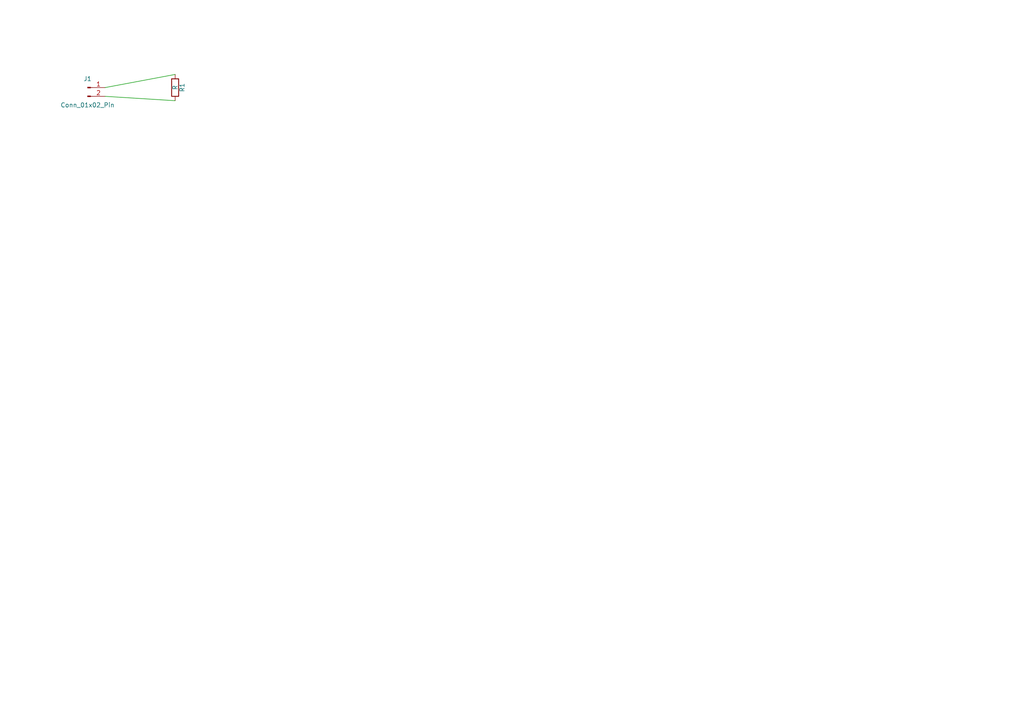
<source format=kicad_sch>
(kicad_sch (version 20230121) (generator kigen)
  (paper A4)
  (lib_symbols
    (symbol "Connector:Conn_01x02_Pin" (pin_names (offset 1.016) hide)
      (property "Reference" "J" (at 0 2.54 0))
      (property "Value" "Conn_01x02_Pin" (at 0 -5.08 0))
      (symbol "Conn_01x02_Pin_1_1"
        (polyline (pts (xy 1.27 -2.54) (xy 0.8636 -2.54)) (stroke (width 0.1524)))
        (polyline (pts (xy 1.27 0) (xy 0.8636 0)) (stroke (width 0.1524)))
        (rectangle (start 0.8636 -2.413) (end 0 -2.667) (stroke (width 0.1524)) (fill (type outline)))
        (rectangle (start 0.8636 0.127) (end 0 -0.127) (stroke (width 0.1524)) (fill (type outline)))
        (pin passive line (at 5.08 0 180) (length 3.81) (name "Pin_1") (number "1"))
        (pin passive line (at 5.08 -2.54 180) (length 3.81) (name "Pin_2") (number "2"))
      )
    )
    (symbol "Device:R" (pin_numbers hide) (pin_names (offset 0.0))
      (property "Reference" "R" (at 2.032 0 90))
      (property "Value" "R" (at 0 0 90))
      (symbol "R_0_1"
        (rectangle (start -1.016 -2.54) (end 1.016 2.54) (stroke (width 0.254)))
      )
      (symbol "R_1_1"
        (pin passive line (at 0 3.81 270) (length 1.27) (name "~") (number "1"))
        (pin passive line (at 0 -3.81 90) (length 1.27) (name "~") (number "2"))
      )
    )
  )
  (symbol (lib_id "Connector:Conn_01x02_Pin") (at 25.4 25.4 0) (unit 1)
    (property "Reference" "J1" (at 25.4 22.86 0))
    (property "Value" "Conn_01x02_Pin" (at 25.4 30.48 0))
    (property "Footprint" "Connector_PinHeader_2.54mm:PinHeader_1x02_P2.54mm_Vertical" (effects hide))
    (property "ki_keywords" "connector" (effects hide))
    (property "ki_description" "Generic connector, single row, 01x02, script generated" (effects hide))
    (property "ki_fp_filters" "Connector*:*_1x??_*" (effects hide))
  )
  (symbol (lib_id "Device:R") (at 50.8 25.4 0) (unit 1)
    (property "Reference" "R1" (at 52.832 25.4 90))
    (property "Value" "R" (at 50.8 25.4 90))
    (property "Footprint" "Resistor_SMD:R_0805_2012Metric" (effects hide))
    (property "ki_keywords" "R res resistor" (effects hide))
    (property "ki_description" "Resistor" (effects hide))
    (property "ki_fp_filters" "R_*" (effects hide))
  )
  (wire (pts (xy 30.48 25.4) (xy 50.8 21.59)) (stroke (width 0.0)))
  (wire (pts (xy 30.48 27.94) (xy 50.8 29.21)) (stroke (width 0.0)))
)
</source>
